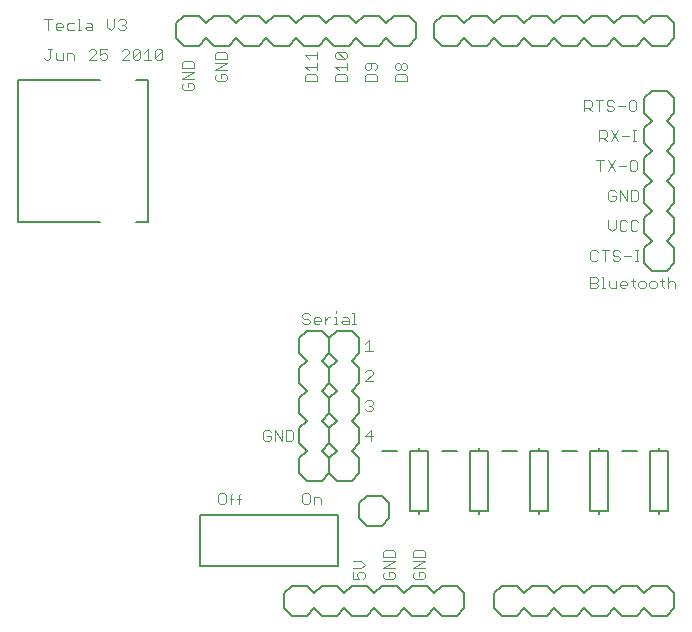
<source format=gto>
G75*
G70*
%OFA0B0*%
%FSLAX24Y24*%
%IPPOS*%
%LPD*%
%AMOC8*
5,1,8,0,0,1.08239X$1,22.5*
%
%ADD10C,0.0030*%
%ADD11C,0.0080*%
%ADD12C,0.0050*%
D10*
X009516Y004831D02*
X009578Y004769D01*
X009701Y004769D01*
X009763Y004831D01*
X009763Y005078D01*
X009701Y005140D01*
X009578Y005140D01*
X009516Y005078D01*
X009516Y004831D01*
X009884Y004954D02*
X010008Y004954D01*
X010130Y004954D02*
X010253Y004954D01*
X010192Y005078D02*
X010192Y004769D01*
X009946Y004769D02*
X009946Y005078D01*
X010008Y005140D01*
X010192Y005078D02*
X010253Y005140D01*
X011078Y006869D02*
X011201Y006869D01*
X011263Y006931D01*
X011263Y007054D01*
X011140Y007054D01*
X011263Y007178D02*
X011201Y007240D01*
X011078Y007240D01*
X011016Y007178D01*
X011016Y006931D01*
X011078Y006869D01*
X011384Y006869D02*
X011384Y007240D01*
X011631Y006869D01*
X011631Y007240D01*
X011753Y007240D02*
X011753Y006869D01*
X011938Y006869D01*
X012000Y006931D01*
X012000Y007178D01*
X011938Y007240D01*
X011753Y007240D01*
X012378Y005140D02*
X012316Y005078D01*
X012316Y004831D01*
X012378Y004769D01*
X012501Y004769D01*
X012563Y004831D01*
X012563Y005078D01*
X012501Y005140D01*
X012378Y005140D01*
X012684Y005016D02*
X012684Y004769D01*
X012684Y005016D02*
X012870Y005016D01*
X012931Y004954D01*
X012931Y004769D01*
X014016Y002884D02*
X014263Y002884D01*
X014386Y002761D01*
X014263Y002638D01*
X014016Y002638D01*
X014016Y002516D02*
X014016Y002269D01*
X014201Y002269D01*
X014139Y002393D01*
X014139Y002454D01*
X014201Y002516D01*
X014324Y002516D01*
X014386Y002454D01*
X014386Y002331D01*
X014324Y002269D01*
X015016Y002331D02*
X015078Y002269D01*
X015324Y002269D01*
X015386Y002331D01*
X015386Y002454D01*
X015324Y002516D01*
X015201Y002516D01*
X015201Y002393D01*
X015078Y002516D02*
X015016Y002454D01*
X015016Y002331D01*
X015016Y002638D02*
X015386Y002884D01*
X015016Y002884D01*
X015016Y003006D02*
X015016Y003191D01*
X015078Y003253D01*
X015324Y003253D01*
X015386Y003191D01*
X015386Y003006D01*
X015016Y003006D01*
X015016Y002638D02*
X015386Y002638D01*
X016016Y002638D02*
X016386Y002884D01*
X016016Y002884D01*
X016016Y003006D02*
X016016Y003191D01*
X016078Y003253D01*
X016324Y003253D01*
X016386Y003191D01*
X016386Y003006D01*
X016016Y003006D01*
X016016Y002638D02*
X016386Y002638D01*
X016324Y002516D02*
X016201Y002516D01*
X016201Y002393D01*
X016324Y002516D02*
X016386Y002454D01*
X016386Y002331D01*
X016324Y002269D01*
X016078Y002269D01*
X016016Y002331D01*
X016016Y002454D01*
X016078Y002516D01*
X014601Y006869D02*
X014601Y007240D01*
X014416Y007054D01*
X014663Y007054D01*
X014601Y007869D02*
X014478Y007869D01*
X014416Y007931D01*
X014540Y008054D02*
X014601Y008054D01*
X014663Y007993D01*
X014663Y007931D01*
X014601Y007869D01*
X014601Y008054D02*
X014663Y008116D01*
X014663Y008178D01*
X014601Y008240D01*
X014478Y008240D01*
X014416Y008178D01*
X014416Y008869D02*
X014663Y009116D01*
X014663Y009178D01*
X014601Y009240D01*
X014478Y009240D01*
X014416Y009178D01*
X014416Y008869D02*
X014663Y008869D01*
X014663Y009869D02*
X014416Y009869D01*
X014540Y009869D02*
X014540Y010240D01*
X014416Y010116D01*
X014097Y010769D02*
X013973Y010769D01*
X014035Y010769D02*
X014035Y011140D01*
X013973Y011140D01*
X013790Y011016D02*
X013667Y011016D01*
X013667Y010893D02*
X013852Y010893D01*
X013852Y010954D02*
X013852Y010769D01*
X013667Y010769D01*
X013605Y010831D01*
X013667Y010893D01*
X013790Y011016D02*
X013852Y010954D01*
X013483Y010769D02*
X013360Y010769D01*
X013421Y010769D02*
X013421Y011016D01*
X013360Y011016D01*
X013238Y011016D02*
X013176Y011016D01*
X013053Y010893D01*
X012931Y010893D02*
X012684Y010893D01*
X012684Y010954D02*
X012746Y011016D01*
X012870Y011016D01*
X012931Y010954D01*
X012931Y010893D01*
X012870Y010769D02*
X012746Y010769D01*
X012684Y010831D01*
X012684Y010954D01*
X012563Y010893D02*
X012563Y010831D01*
X012501Y010769D01*
X012378Y010769D01*
X012316Y010831D01*
X012378Y010954D02*
X012501Y010954D01*
X012563Y010893D01*
X012563Y011078D02*
X012501Y011140D01*
X012378Y011140D01*
X012316Y011078D01*
X012316Y011016D01*
X012378Y010954D01*
X013053Y011016D02*
X013053Y010769D01*
X013421Y011140D02*
X013421Y011201D01*
X021716Y017869D02*
X021716Y018240D01*
X021901Y018240D01*
X021963Y018178D01*
X021963Y018054D01*
X021901Y017993D01*
X021716Y017993D01*
X021840Y017993D02*
X021963Y017869D01*
X022208Y017869D02*
X022208Y018240D01*
X022331Y018240D02*
X022084Y018240D01*
X022453Y018178D02*
X022453Y018116D01*
X022514Y018054D01*
X022638Y018054D01*
X022700Y017993D01*
X022700Y017931D01*
X022638Y017869D01*
X022514Y017869D01*
X022453Y017931D01*
X022453Y018178D02*
X022514Y018240D01*
X022638Y018240D01*
X022700Y018178D01*
X022821Y018054D02*
X023068Y018054D01*
X023189Y017931D02*
X023251Y017869D01*
X023374Y017869D01*
X023436Y017931D01*
X023436Y018178D01*
X023374Y018240D01*
X023251Y018240D01*
X023189Y018178D01*
X023189Y017931D01*
X023321Y017240D02*
X023444Y017240D01*
X023383Y017240D02*
X023383Y016869D01*
X023444Y016869D02*
X023321Y016869D01*
X023200Y017054D02*
X022953Y017054D01*
X022831Y016869D02*
X022584Y017240D01*
X022463Y017178D02*
X022463Y017054D01*
X022401Y016993D01*
X022216Y016993D01*
X022340Y016993D02*
X022463Y016869D01*
X022584Y016869D02*
X022831Y017240D01*
X022463Y017178D02*
X022401Y017240D01*
X022216Y017240D01*
X022216Y016869D01*
X022240Y016240D02*
X022240Y015869D01*
X022484Y015869D02*
X022731Y016240D01*
X022853Y016054D02*
X023100Y016054D01*
X023221Y015931D02*
X023283Y015869D01*
X023406Y015869D01*
X023468Y015931D01*
X023468Y016178D01*
X023406Y016240D01*
X023283Y016240D01*
X023221Y016178D01*
X023221Y015931D01*
X022731Y015869D02*
X022484Y016240D01*
X022363Y016240D02*
X022116Y016240D01*
X022578Y015240D02*
X022516Y015178D01*
X022516Y014931D01*
X022578Y014869D01*
X022701Y014869D01*
X022763Y014931D01*
X022763Y015054D01*
X022640Y015054D01*
X022763Y015178D02*
X022701Y015240D01*
X022578Y015240D01*
X022884Y015240D02*
X023131Y014869D01*
X023131Y015240D01*
X023253Y015240D02*
X023438Y015240D01*
X023500Y015178D01*
X023500Y014931D01*
X023438Y014869D01*
X023253Y014869D01*
X023253Y015240D01*
X022884Y015240D02*
X022884Y014869D01*
X022946Y014240D02*
X022884Y014178D01*
X022884Y013931D01*
X022946Y013869D01*
X023070Y013869D01*
X023131Y013931D01*
X023253Y013931D02*
X023314Y013869D01*
X023438Y013869D01*
X023500Y013931D01*
X023500Y014178D02*
X023438Y014240D01*
X023314Y014240D01*
X023253Y014178D01*
X023253Y013931D01*
X023131Y014178D02*
X023070Y014240D01*
X022946Y014240D01*
X022763Y014240D02*
X022763Y013993D01*
X022640Y013869D01*
X022516Y013993D01*
X022516Y014240D01*
X022531Y013240D02*
X022284Y013240D01*
X022408Y013240D02*
X022408Y012869D01*
X022653Y012931D02*
X022714Y012869D01*
X022838Y012869D01*
X022900Y012931D01*
X022900Y012993D01*
X022838Y013054D01*
X022714Y013054D01*
X022653Y013116D01*
X022653Y013178D01*
X022714Y013240D01*
X022838Y013240D01*
X022900Y013178D01*
X023021Y013054D02*
X023268Y013054D01*
X023389Y012869D02*
X023513Y012869D01*
X023451Y012869D02*
X023451Y013240D01*
X023389Y013240D02*
X023513Y013240D01*
X023328Y012278D02*
X023328Y012031D01*
X023390Y011969D01*
X023512Y012031D02*
X023574Y011969D01*
X023697Y011969D01*
X023759Y012031D01*
X023759Y012154D01*
X023697Y012216D01*
X023574Y012216D01*
X023512Y012154D01*
X023512Y012031D01*
X023390Y012216D02*
X023267Y012216D01*
X023145Y012154D02*
X023145Y012093D01*
X022898Y012093D01*
X022898Y012154D02*
X022898Y012031D01*
X022960Y011969D01*
X023083Y011969D01*
X023145Y012154D02*
X023083Y012216D01*
X022960Y012216D01*
X022898Y012154D01*
X022777Y012216D02*
X022777Y011969D01*
X022592Y011969D01*
X022530Y012031D01*
X022530Y012216D01*
X022346Y012340D02*
X022346Y011969D01*
X022284Y011969D02*
X022408Y011969D01*
X022163Y012031D02*
X022101Y011969D01*
X021916Y011969D01*
X021916Y012340D01*
X022101Y012340D01*
X022163Y012278D01*
X022163Y012216D01*
X022101Y012154D01*
X021916Y012154D01*
X022101Y012154D02*
X022163Y012093D01*
X022163Y012031D01*
X022284Y012340D02*
X022346Y012340D01*
X022101Y012869D02*
X021978Y012869D01*
X021916Y012931D01*
X021916Y013178D01*
X021978Y013240D01*
X022101Y013240D01*
X022163Y013178D01*
X022163Y012931D02*
X022101Y012869D01*
X023880Y012154D02*
X023880Y012031D01*
X023942Y011969D01*
X024066Y011969D01*
X024127Y012031D01*
X024127Y012154D01*
X024066Y012216D01*
X023942Y012216D01*
X023880Y012154D01*
X024249Y012216D02*
X024372Y012216D01*
X024310Y012278D02*
X024310Y012031D01*
X024372Y011969D01*
X024494Y011969D02*
X024494Y012340D01*
X024556Y012216D02*
X024679Y012216D01*
X024741Y012154D01*
X024741Y011969D01*
X024494Y012154D02*
X024556Y012216D01*
X015786Y018869D02*
X015786Y019054D01*
X015724Y019116D01*
X015478Y019116D01*
X015416Y019054D01*
X015416Y018869D01*
X015786Y018869D01*
X015724Y019238D02*
X015663Y019238D01*
X015601Y019299D01*
X015601Y019423D01*
X015663Y019484D01*
X015724Y019484D01*
X015786Y019423D01*
X015786Y019299D01*
X015724Y019238D01*
X015601Y019299D02*
X015539Y019238D01*
X015478Y019238D01*
X015416Y019299D01*
X015416Y019423D01*
X015478Y019484D01*
X015539Y019484D01*
X015601Y019423D01*
X014786Y019423D02*
X014786Y019299D01*
X014724Y019238D01*
X014724Y019116D02*
X014478Y019116D01*
X014416Y019054D01*
X014416Y018869D01*
X014786Y018869D01*
X014786Y019054D01*
X014724Y019116D01*
X014601Y019299D02*
X014601Y019484D01*
X014724Y019484D02*
X014478Y019484D01*
X014416Y019423D01*
X014416Y019299D01*
X014478Y019238D01*
X014539Y019238D01*
X014601Y019299D01*
X014786Y019423D02*
X014724Y019484D01*
X013786Y019484D02*
X013786Y019238D01*
X013786Y019361D02*
X013416Y019361D01*
X013539Y019238D01*
X013478Y019116D02*
X013416Y019054D01*
X013416Y018869D01*
X013786Y018869D01*
X013786Y019054D01*
X013724Y019116D01*
X013478Y019116D01*
X013478Y019606D02*
X013416Y019668D01*
X013416Y019791D01*
X013478Y019853D01*
X013724Y019606D01*
X013786Y019668D01*
X013786Y019791D01*
X013724Y019853D01*
X013478Y019853D01*
X013478Y019606D02*
X013724Y019606D01*
X012786Y019606D02*
X012786Y019853D01*
X012786Y019729D02*
X012416Y019729D01*
X012539Y019606D01*
X012416Y019361D02*
X012786Y019361D01*
X012786Y019238D02*
X012786Y019484D01*
X012539Y019238D02*
X012416Y019361D01*
X012478Y019116D02*
X012416Y019054D01*
X012416Y018869D01*
X012786Y018869D01*
X012786Y019054D01*
X012724Y019116D01*
X012478Y019116D01*
X009786Y019054D02*
X009786Y018931D01*
X009724Y018869D01*
X009478Y018869D01*
X009416Y018931D01*
X009416Y019054D01*
X009478Y019116D01*
X009601Y019116D02*
X009601Y018993D01*
X009601Y019116D02*
X009724Y019116D01*
X009786Y019054D01*
X009786Y019238D02*
X009416Y019238D01*
X009786Y019484D01*
X009416Y019484D01*
X009416Y019606D02*
X009416Y019791D01*
X009478Y019853D01*
X009724Y019853D01*
X009786Y019791D01*
X009786Y019606D01*
X009416Y019606D01*
X008686Y019491D02*
X008686Y019306D01*
X008316Y019306D01*
X008316Y019491D01*
X008378Y019553D01*
X008624Y019553D01*
X008686Y019491D01*
X008686Y019184D02*
X008316Y019184D01*
X008316Y018938D02*
X008686Y019184D01*
X008686Y018938D02*
X008316Y018938D01*
X008378Y018816D02*
X008316Y018754D01*
X008316Y018631D01*
X008378Y018569D01*
X008624Y018569D01*
X008686Y018631D01*
X008686Y018754D01*
X008624Y018816D01*
X008501Y018816D01*
X008501Y018693D01*
X007584Y019569D02*
X007461Y019569D01*
X007399Y019631D01*
X007646Y019878D01*
X007646Y019631D01*
X007584Y019569D01*
X007399Y019631D02*
X007399Y019878D01*
X007461Y019940D01*
X007584Y019940D01*
X007646Y019878D01*
X007278Y019569D02*
X007031Y019569D01*
X007154Y019569D02*
X007154Y019940D01*
X007031Y019816D01*
X006909Y019878D02*
X006663Y019631D01*
X006724Y019569D01*
X006848Y019569D01*
X006909Y019631D01*
X006909Y019878D01*
X006848Y019940D01*
X006724Y019940D01*
X006663Y019878D01*
X006663Y019631D01*
X006541Y019569D02*
X006294Y019569D01*
X006541Y019816D01*
X006541Y019878D01*
X006479Y019940D01*
X006356Y019940D01*
X006294Y019878D01*
X005804Y019940D02*
X005558Y019940D01*
X005558Y019754D01*
X005681Y019816D01*
X005743Y019816D01*
X005804Y019754D01*
X005804Y019631D01*
X005743Y019569D01*
X005619Y019569D01*
X005558Y019631D01*
X005436Y019569D02*
X005189Y019569D01*
X005436Y019816D01*
X005436Y019878D01*
X005374Y019940D01*
X005251Y019940D01*
X005189Y019878D01*
X004700Y019754D02*
X004700Y019569D01*
X004700Y019754D02*
X004638Y019816D01*
X004453Y019816D01*
X004453Y019569D01*
X004331Y019569D02*
X004331Y019816D01*
X004084Y019816D02*
X004084Y019631D01*
X004146Y019569D01*
X004331Y019569D01*
X003901Y019631D02*
X003901Y019940D01*
X003840Y019940D02*
X003963Y019940D01*
X003901Y019631D02*
X003840Y019569D01*
X003778Y019569D01*
X003716Y019631D01*
X003840Y020569D02*
X003840Y020940D01*
X003963Y020940D02*
X003716Y020940D01*
X004084Y020754D02*
X004084Y020631D01*
X004146Y020569D01*
X004270Y020569D01*
X004331Y020693D02*
X004084Y020693D01*
X004084Y020754D02*
X004146Y020816D01*
X004270Y020816D01*
X004331Y020754D01*
X004331Y020693D01*
X004453Y020754D02*
X004453Y020631D01*
X004514Y020569D01*
X004700Y020569D01*
X004821Y020569D02*
X004944Y020569D01*
X004883Y020569D02*
X004883Y020940D01*
X004821Y020940D01*
X004700Y020816D02*
X004514Y020816D01*
X004453Y020754D01*
X005067Y020631D02*
X005128Y020693D01*
X005313Y020693D01*
X005313Y020754D02*
X005313Y020569D01*
X005128Y020569D01*
X005067Y020631D01*
X005128Y020816D02*
X005252Y020816D01*
X005313Y020754D01*
X005803Y020693D02*
X005927Y020569D01*
X006050Y020693D01*
X006050Y020940D01*
X006171Y020878D02*
X006233Y020940D01*
X006357Y020940D01*
X006418Y020878D01*
X006418Y020816D01*
X006357Y020754D01*
X006418Y020693D01*
X006418Y020631D01*
X006357Y020569D01*
X006233Y020569D01*
X006171Y020631D01*
X006295Y020754D02*
X006357Y020754D01*
X005803Y020693D02*
X005803Y020940D01*
D11*
X005579Y018917D02*
X002823Y018917D01*
X002823Y014192D01*
X005579Y014192D01*
X006760Y014192D02*
X007154Y014192D01*
X007154Y018917D01*
X006760Y018917D01*
X008101Y020304D02*
X008351Y020054D01*
X008851Y020054D01*
X009101Y020304D01*
X009351Y020054D01*
X009851Y020054D01*
X010101Y020304D01*
X010351Y020054D01*
X010851Y020054D01*
X011101Y020304D01*
X011351Y020054D01*
X011851Y020054D01*
X012101Y020304D01*
X012351Y020054D01*
X012851Y020054D01*
X013101Y020304D01*
X013351Y020054D01*
X013851Y020054D01*
X014101Y020304D01*
X014351Y020054D01*
X014851Y020054D01*
X015101Y020304D01*
X015351Y020054D01*
X015851Y020054D01*
X016101Y020304D01*
X016101Y020804D01*
X015851Y021054D01*
X015351Y021054D01*
X015101Y020804D01*
X014851Y021054D01*
X014351Y021054D01*
X014101Y020804D01*
X013851Y021054D01*
X013351Y021054D01*
X013101Y020804D01*
X012851Y021054D01*
X012351Y021054D01*
X012101Y020804D01*
X011851Y021054D01*
X011351Y021054D01*
X011101Y020804D01*
X010851Y021054D01*
X010351Y021054D01*
X010101Y020804D01*
X009851Y021054D01*
X009351Y021054D01*
X009101Y020804D01*
X008851Y021054D01*
X008351Y021054D01*
X008101Y020804D01*
X008101Y020304D01*
X016701Y020304D02*
X016951Y020054D01*
X017451Y020054D01*
X017701Y020304D01*
X017951Y020054D01*
X018451Y020054D01*
X018701Y020304D01*
X018951Y020054D01*
X019451Y020054D01*
X019701Y020304D01*
X019951Y020054D01*
X020451Y020054D01*
X020701Y020304D01*
X020951Y020054D01*
X021451Y020054D01*
X021701Y020304D01*
X021951Y020054D01*
X022451Y020054D01*
X022701Y020304D01*
X022951Y020054D01*
X023451Y020054D01*
X023701Y020304D01*
X023951Y020054D01*
X024451Y020054D01*
X024701Y020304D01*
X024701Y020804D01*
X024451Y021054D01*
X023951Y021054D01*
X023701Y020804D01*
X023451Y021054D01*
X022951Y021054D01*
X022701Y020804D01*
X022451Y021054D01*
X021951Y021054D01*
X021701Y020804D01*
X021451Y021054D01*
X020951Y021054D01*
X020701Y020804D01*
X020451Y021054D01*
X019951Y021054D01*
X019701Y020804D01*
X019451Y021054D01*
X018951Y021054D01*
X018701Y020804D01*
X018451Y021054D01*
X017951Y021054D01*
X017701Y020804D01*
X017451Y021054D01*
X016951Y021054D01*
X016701Y020804D01*
X016701Y020304D01*
X023701Y018304D02*
X023701Y017804D01*
X023951Y017554D01*
X023701Y017304D01*
X023701Y016804D01*
X023951Y016554D01*
X023701Y016304D01*
X023701Y015804D01*
X023951Y015554D01*
X023701Y015304D01*
X023701Y014804D01*
X023951Y014554D01*
X023701Y014304D01*
X023701Y013804D01*
X023951Y013554D01*
X023701Y013304D01*
X023701Y012804D01*
X023951Y012554D01*
X024451Y012554D01*
X024701Y012804D01*
X024701Y013304D01*
X024451Y013554D01*
X024701Y013804D01*
X024701Y014304D01*
X024451Y014554D01*
X024701Y014804D01*
X024701Y015304D01*
X024451Y015554D01*
X024701Y015804D01*
X024701Y016304D01*
X024451Y016554D01*
X024701Y016804D01*
X024701Y017304D01*
X024451Y017554D01*
X024701Y017804D01*
X024701Y018304D01*
X024451Y018554D01*
X023951Y018554D01*
X023701Y018304D01*
X014201Y010304D02*
X013951Y010554D01*
X013451Y010554D01*
X013201Y010304D01*
X012951Y010554D01*
X012451Y010554D01*
X012201Y010304D01*
X012201Y009804D01*
X012451Y009554D01*
X012201Y009304D01*
X012201Y008804D01*
X012451Y008554D01*
X012201Y008304D01*
X012201Y007804D01*
X012451Y007554D01*
X012201Y007304D01*
X012201Y006804D01*
X012451Y006554D01*
X012201Y006304D01*
X012201Y005804D01*
X012451Y005554D01*
X012951Y005554D01*
X013201Y005804D01*
X013201Y006304D01*
X012951Y006554D01*
X013201Y006804D01*
X013201Y007304D01*
X012951Y007554D01*
X013201Y007804D01*
X013201Y008304D01*
X012951Y008554D01*
X013201Y008804D01*
X013201Y009304D01*
X012951Y009554D01*
X013201Y009804D01*
X013201Y010304D01*
X013201Y009804D01*
X013451Y009554D01*
X013201Y009304D01*
X013201Y008804D01*
X013451Y008554D01*
X013201Y008304D01*
X013201Y007804D01*
X013451Y007554D01*
X013201Y007304D01*
X013201Y006804D01*
X013451Y006554D01*
X013201Y006304D01*
X013201Y005804D01*
X013451Y005554D01*
X013951Y005554D01*
X014201Y005804D01*
X014201Y006304D01*
X013951Y006554D01*
X014201Y006804D01*
X014201Y007304D01*
X013951Y007554D01*
X014201Y007804D01*
X014201Y008304D01*
X013951Y008554D01*
X014201Y008804D01*
X014201Y009304D01*
X013951Y009554D01*
X014201Y009804D01*
X014201Y010304D01*
X016201Y006654D02*
X016201Y006554D01*
X016501Y006554D01*
X016501Y004554D01*
X016201Y004554D01*
X016201Y004454D01*
X016201Y004554D02*
X015901Y004554D01*
X015901Y006554D01*
X016201Y006554D01*
X015451Y006554D02*
X014951Y006554D01*
X014951Y005054D02*
X014451Y005054D01*
X014201Y004804D01*
X014201Y004304D01*
X014451Y004054D01*
X014951Y004054D01*
X015201Y004304D01*
X015201Y004804D01*
X014951Y005054D01*
X016951Y006554D02*
X017451Y006554D01*
X017901Y006554D02*
X018201Y006554D01*
X018201Y006654D01*
X018201Y006554D02*
X018501Y006554D01*
X018501Y004554D01*
X018201Y004554D01*
X018201Y004454D01*
X018201Y004554D02*
X017901Y004554D01*
X017901Y006554D01*
X018951Y006554D02*
X019451Y006554D01*
X019901Y006554D02*
X020201Y006554D01*
X020201Y006654D01*
X020201Y006554D02*
X020501Y006554D01*
X020501Y004554D01*
X020201Y004554D01*
X020201Y004454D01*
X020201Y004554D02*
X019901Y004554D01*
X019901Y006554D01*
X020951Y006554D02*
X021451Y006554D01*
X021901Y006554D02*
X022201Y006554D01*
X022201Y006654D01*
X022201Y006554D02*
X022501Y006554D01*
X022501Y004554D01*
X022201Y004554D01*
X022201Y004454D01*
X022201Y004554D02*
X021901Y004554D01*
X021901Y006554D01*
X022951Y006554D02*
X023451Y006554D01*
X023901Y006554D02*
X024201Y006554D01*
X024201Y006654D01*
X024201Y006554D02*
X024501Y006554D01*
X024501Y004554D01*
X024201Y004554D01*
X024201Y004454D01*
X024201Y004554D02*
X023901Y004554D01*
X023901Y006554D01*
X023951Y002054D02*
X024451Y002054D01*
X024701Y001804D01*
X024701Y001304D01*
X024451Y001054D01*
X023951Y001054D01*
X023701Y001304D01*
X023451Y001054D01*
X022951Y001054D01*
X022701Y001304D01*
X022451Y001054D01*
X021951Y001054D01*
X021701Y001304D01*
X021451Y001054D01*
X020951Y001054D01*
X020701Y001304D01*
X020451Y001054D01*
X019951Y001054D01*
X019701Y001304D01*
X019451Y001054D01*
X018951Y001054D01*
X018701Y001304D01*
X018701Y001804D01*
X018951Y002054D01*
X019451Y002054D01*
X019701Y001804D01*
X019951Y002054D01*
X020451Y002054D01*
X020701Y001804D01*
X020951Y002054D01*
X021451Y002054D01*
X021701Y001804D01*
X021951Y002054D01*
X022451Y002054D01*
X022701Y001804D01*
X022951Y002054D01*
X023451Y002054D01*
X023701Y001804D01*
X023951Y002054D01*
X017701Y001804D02*
X017701Y001304D01*
X017451Y001054D01*
X016951Y001054D01*
X016701Y001304D01*
X016451Y001054D01*
X015951Y001054D01*
X015701Y001304D01*
X015451Y001054D01*
X014951Y001054D01*
X014701Y001304D01*
X014451Y001054D01*
X013951Y001054D01*
X013701Y001304D01*
X013451Y001054D01*
X012951Y001054D01*
X012701Y001304D01*
X012451Y001054D01*
X011951Y001054D01*
X011701Y001304D01*
X011701Y001804D01*
X011951Y002054D01*
X012451Y002054D01*
X012701Y001804D01*
X012951Y002054D01*
X013451Y002054D01*
X013701Y001804D01*
X013951Y002054D01*
X014451Y002054D01*
X014701Y001804D01*
X014951Y002054D01*
X015451Y002054D01*
X015701Y001804D01*
X015951Y002054D01*
X016451Y002054D01*
X016701Y001804D01*
X016951Y002054D01*
X017451Y002054D01*
X017701Y001804D01*
D12*
X013490Y002698D02*
X008912Y002698D01*
X008912Y004411D01*
X013490Y004411D01*
X013490Y002698D01*
M02*

</source>
